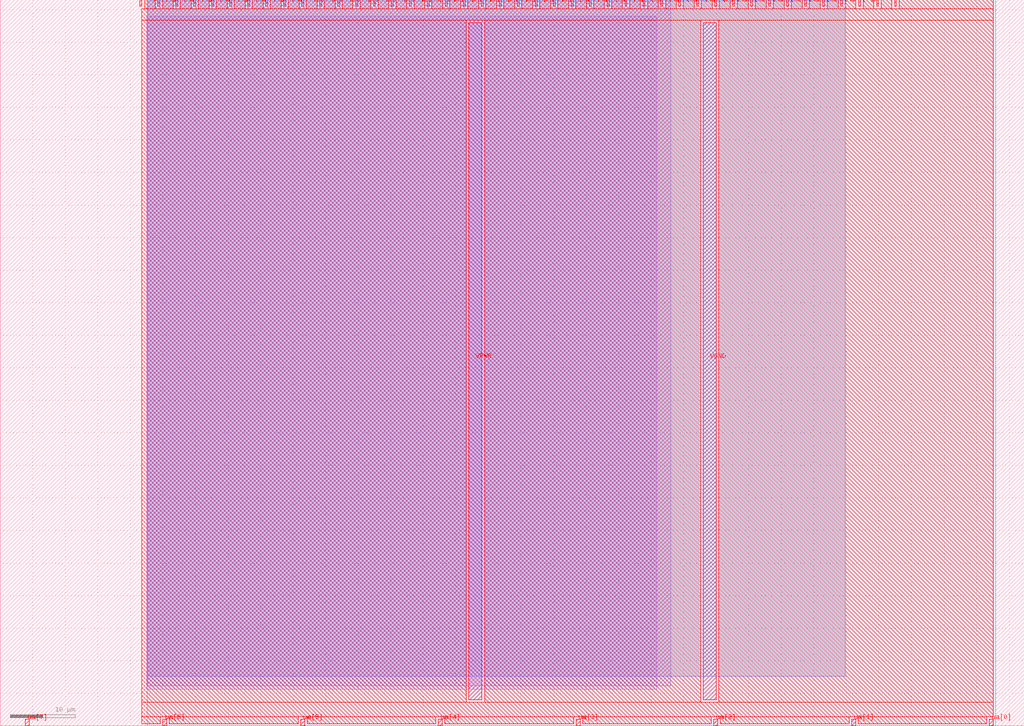
<source format=lef>
VERSION 5.7 ;
  NOWIREEXTENSIONATPIN ON ;
  DIVIDERCHAR "/" ;
  BUSBITCHARS "[]" ;
MACRO tt_um_tt05_analog_test
  CLASS BLOCK ;
  FOREIGN tt_um_tt05_analog_test ;
  ORIGIN 0.000 0.000 ;
  SIZE 157.320 BY 111.520 ;
  PIN clk
    DIRECTION INPUT ;
    USE SIGNAL ;
    PORT
      LAYER met4 ;
        RECT 134.630 110.520 134.930 111.520 ;
    END
  END clk
  PIN ena
    DIRECTION INPUT ;
    USE SIGNAL ;
    PORT
      LAYER met4 ;
        RECT 137.390 110.520 137.690 111.520 ;
    END
  END ena
  PIN rst_n
    DIRECTION INPUT ;
    USE SIGNAL ;
    PORT
      LAYER met4 ;
        RECT 131.870 110.520 132.170 111.520 ;
    END
  END rst_n
  PIN ua[0]
    DIRECTION INOUT ;
    USE SIGNAL ;
    ANTENNADIFFAREA 17.400000 ;
    PORT
      LAYER met4 ;
        RECT 151.960 0.000 152.560 1.000 ;
    END
  END ua[0]
  PIN ua[1]
    DIRECTION INOUT ;
    USE SIGNAL ;
    ANTENNADIFFAREA 17.400000 ;
    PORT
      LAYER met4 ;
        RECT 130.800 0.000 131.400 1.000 ;
    END
  END ua[1]
  PIN ua[2]
    DIRECTION INOUT ;
    USE SIGNAL ;
    PORT
      LAYER met4 ;
        RECT 109.640 0.000 110.240 1.000 ;
    END
  END ua[2]
  PIN ua[3]
    DIRECTION INOUT ;
    USE SIGNAL ;
    PORT
      LAYER met4 ;
        RECT 88.480 0.000 89.080 1.000 ;
    END
  END ua[3]
  PIN ua[4]
    DIRECTION INOUT ;
    USE SIGNAL ;
    PORT
      LAYER met4 ;
        RECT 67.320 0.000 67.920 1.000 ;
    END
  END ua[4]
  PIN ua[5]
    DIRECTION INOUT ;
    USE SIGNAL ;
    PORT
      LAYER met4 ;
        RECT 46.160 0.000 46.760 1.000 ;
    END
  END ua[5]
  PIN ua[6]
    DIRECTION INOUT ;
    USE SIGNAL ;
    PORT
      LAYER met4 ;
        RECT 25.000 0.000 25.600 1.000 ;
    END
  END ua[6]
  PIN ua[7]
    DIRECTION INOUT ;
    USE SIGNAL ;
    PORT
      LAYER met4 ;
        RECT 3.840 0.000 4.440 1.000 ;
    END
  END ua[7]
  PIN ui_in[0]
    DIRECTION INPUT ;
    USE SIGNAL ;
    ANTENNAGATEAREA 7.500000 ;
    PORT
      LAYER met4 ;
        RECT 129.110 110.520 129.410 111.520 ;
    END
  END ui_in[0]
  PIN ui_in[1]
    DIRECTION INPUT ;
    USE SIGNAL ;
    ANTENNAGATEAREA 7.500000 ;
    PORT
      LAYER met4 ;
        RECT 126.350 110.520 126.650 111.520 ;
    END
  END ui_in[1]
  PIN ui_in[2]
    DIRECTION INPUT ;
    USE SIGNAL ;
    ANTENNAGATEAREA 7.500000 ;
    PORT
      LAYER met4 ;
        RECT 123.590 110.520 123.890 111.520 ;
    END
  END ui_in[2]
  PIN ui_in[3]
    DIRECTION INPUT ;
    USE SIGNAL ;
    ANTENNAGATEAREA 6.500000 ;
    PORT
      LAYER met4 ;
        RECT 120.830 110.520 121.130 111.520 ;
    END
  END ui_in[3]
  PIN ui_in[4]
    DIRECTION INPUT ;
    USE SIGNAL ;
    PORT
      LAYER met4 ;
        RECT 118.070 110.520 118.370 111.520 ;
    END
  END ui_in[4]
  PIN ui_in[5]
    DIRECTION INPUT ;
    USE SIGNAL ;
    ANTENNAGATEAREA 6.500000 ;
    PORT
      LAYER met4 ;
        RECT 115.310 110.520 115.610 111.520 ;
    END
  END ui_in[5]
  PIN ui_in[6]
    DIRECTION INPUT ;
    USE SIGNAL ;
    ANTENNAGATEAREA 10.000000 ;
    PORT
      LAYER met4 ;
        RECT 112.550 110.520 112.850 111.520 ;
    END
  END ui_in[6]
  PIN ui_in[7]
    DIRECTION INPUT ;
    USE SIGNAL ;
    ANTENNAGATEAREA 6.500000 ;
    PORT
      LAYER met4 ;
        RECT 109.790 110.520 110.090 111.520 ;
    END
  END ui_in[7]
  PIN uio_in[0]
    DIRECTION INPUT ;
    USE SIGNAL ;
    PORT
      LAYER met4 ;
        RECT 107.030 110.520 107.330 111.520 ;
    END
  END uio_in[0]
  PIN uio_in[1]
    DIRECTION INPUT ;
    USE SIGNAL ;
    PORT
      LAYER met4 ;
        RECT 104.270 110.520 104.570 111.520 ;
    END
  END uio_in[1]
  PIN uio_in[2]
    DIRECTION INPUT ;
    USE SIGNAL ;
    PORT
      LAYER met4 ;
        RECT 101.510 110.520 101.810 111.520 ;
    END
  END uio_in[2]
  PIN uio_in[3]
    DIRECTION INPUT ;
    USE SIGNAL ;
    PORT
      LAYER met4 ;
        RECT 98.750 110.520 99.050 111.520 ;
    END
  END uio_in[3]
  PIN uio_in[4]
    DIRECTION INPUT ;
    USE SIGNAL ;
    PORT
      LAYER met4 ;
        RECT 95.990 110.520 96.290 111.520 ;
    END
  END uio_in[4]
  PIN uio_in[5]
    DIRECTION INPUT ;
    USE SIGNAL ;
    PORT
      LAYER met4 ;
        RECT 93.230 110.520 93.530 111.520 ;
    END
  END uio_in[5]
  PIN uio_in[6]
    DIRECTION INPUT ;
    USE SIGNAL ;
    PORT
      LAYER met4 ;
        RECT 90.470 110.520 90.770 111.520 ;
    END
  END uio_in[6]
  PIN uio_in[7]
    DIRECTION INPUT ;
    USE SIGNAL ;
    PORT
      LAYER met4 ;
        RECT 87.710 110.520 88.010 111.520 ;
    END
  END uio_in[7]
  PIN uio_oe[0]
    DIRECTION OUTPUT TRISTATE ;
    USE SIGNAL ;
    PORT
      LAYER met4 ;
        RECT 40.790 110.520 41.090 111.520 ;
    END
  END uio_oe[0]
  PIN uio_oe[1]
    DIRECTION OUTPUT TRISTATE ;
    USE SIGNAL ;
    PORT
      LAYER met4 ;
        RECT 38.030 110.520 38.330 111.520 ;
    END
  END uio_oe[1]
  PIN uio_oe[2]
    DIRECTION OUTPUT TRISTATE ;
    USE SIGNAL ;
    PORT
      LAYER met4 ;
        RECT 35.270 110.520 35.570 111.520 ;
    END
  END uio_oe[2]
  PIN uio_oe[3]
    DIRECTION OUTPUT TRISTATE ;
    USE SIGNAL ;
    PORT
      LAYER met4 ;
        RECT 32.510 110.520 32.810 111.520 ;
    END
  END uio_oe[3]
  PIN uio_oe[4]
    DIRECTION OUTPUT TRISTATE ;
    USE SIGNAL ;
    PORT
      LAYER met4 ;
        RECT 29.750 110.520 30.050 111.520 ;
    END
  END uio_oe[4]
  PIN uio_oe[5]
    DIRECTION OUTPUT TRISTATE ;
    USE SIGNAL ;
    PORT
      LAYER met4 ;
        RECT 26.990 110.520 27.290 111.520 ;
    END
  END uio_oe[5]
  PIN uio_oe[6]
    DIRECTION OUTPUT TRISTATE ;
    USE SIGNAL ;
    PORT
      LAYER met4 ;
        RECT 24.230 110.520 24.530 111.520 ;
    END
  END uio_oe[6]
  PIN uio_oe[7]
    DIRECTION OUTPUT TRISTATE ;
    USE SIGNAL ;
    PORT
      LAYER met4 ;
        RECT 21.470 110.520 21.770 111.520 ;
    END
  END uio_oe[7]
  PIN uio_out[0]
    DIRECTION OUTPUT TRISTATE ;
    USE SIGNAL ;
    PORT
      LAYER met4 ;
        RECT 62.870 110.520 63.170 111.520 ;
    END
  END uio_out[0]
  PIN uio_out[1]
    DIRECTION OUTPUT TRISTATE ;
    USE SIGNAL ;
    PORT
      LAYER met4 ;
        RECT 60.110 110.520 60.410 111.520 ;
    END
  END uio_out[1]
  PIN uio_out[2]
    DIRECTION OUTPUT TRISTATE ;
    USE SIGNAL ;
    PORT
      LAYER met4 ;
        RECT 57.350 110.520 57.650 111.520 ;
    END
  END uio_out[2]
  PIN uio_out[3]
    DIRECTION OUTPUT TRISTATE ;
    USE SIGNAL ;
    PORT
      LAYER met4 ;
        RECT 54.590 110.520 54.890 111.520 ;
    END
  END uio_out[3]
  PIN uio_out[4]
    DIRECTION OUTPUT TRISTATE ;
    USE SIGNAL ;
    PORT
      LAYER met4 ;
        RECT 51.830 110.520 52.130 111.520 ;
    END
  END uio_out[4]
  PIN uio_out[5]
    DIRECTION OUTPUT TRISTATE ;
    USE SIGNAL ;
    PORT
      LAYER met4 ;
        RECT 49.070 110.520 49.370 111.520 ;
    END
  END uio_out[5]
  PIN uio_out[6]
    DIRECTION OUTPUT TRISTATE ;
    USE SIGNAL ;
    PORT
      LAYER met4 ;
        RECT 46.310 110.520 46.610 111.520 ;
    END
  END uio_out[6]
  PIN uio_out[7]
    DIRECTION OUTPUT TRISTATE ;
    USE SIGNAL ;
    PORT
      LAYER met4 ;
        RECT 43.550 110.520 43.850 111.520 ;
    END
  END uio_out[7]
  PIN uo_out[0]
    DIRECTION OUTPUT TRISTATE ;
    USE SIGNAL ;
    PORT
      LAYER met4 ;
        RECT 84.950 110.520 85.250 111.520 ;
    END
  END uo_out[0]
  PIN uo_out[1]
    DIRECTION OUTPUT TRISTATE ;
    USE SIGNAL ;
    PORT
      LAYER met4 ;
        RECT 82.190 110.520 82.490 111.520 ;
    END
  END uo_out[1]
  PIN uo_out[2]
    DIRECTION OUTPUT TRISTATE ;
    USE SIGNAL ;
    PORT
      LAYER met4 ;
        RECT 79.430 110.520 79.730 111.520 ;
    END
  END uo_out[2]
  PIN uo_out[3]
    DIRECTION OUTPUT TRISTATE ;
    USE SIGNAL ;
    PORT
      LAYER met4 ;
        RECT 76.670 110.520 76.970 111.520 ;
    END
  END uo_out[3]
  PIN uo_out[4]
    DIRECTION OUTPUT TRISTATE ;
    USE SIGNAL ;
    PORT
      LAYER met4 ;
        RECT 73.910 110.520 74.210 111.520 ;
    END
  END uo_out[4]
  PIN uo_out[5]
    DIRECTION OUTPUT TRISTATE ;
    USE SIGNAL ;
    PORT
      LAYER met4 ;
        RECT 71.150 110.520 71.450 111.520 ;
    END
  END uo_out[5]
  PIN uo_out[6]
    DIRECTION OUTPUT TRISTATE ;
    USE SIGNAL ;
    PORT
      LAYER met4 ;
        RECT 68.390 110.520 68.690 111.520 ;
    END
  END uo_out[6]
  PIN uo_out[7]
    DIRECTION OUTPUT TRISTATE ;
    USE SIGNAL ;
    PORT
      LAYER met4 ;
        RECT 65.630 110.520 65.930 111.520 ;
    END
  END uo_out[7]
  PIN VGND
    USE GROUND ;
    PORT
      LAYER met4 ;
        RECT 108.000 4.000 110.000 108.000 ;
    END
  END VGND
  PIN VPWR
    USE POWER ;
    PORT
      LAYER met4 ;
        RECT 72.000 4.000 74.000 108.000 ;
    END
  END VPWR
  OBS
      LAYER li1 ;
        RECT 22.480 5.645 100.840 109.000 ;
      LAYER met1 ;
        RECT 22.625 6.165 102.990 111.400 ;
      LAYER met2 ;
        RECT 22.600 7.570 129.800 111.400 ;
      LAYER met3 ;
        RECT 128.430 111.520 129.840 111.530 ;
        RECT 22.600 0.000 152.920 111.520 ;
        RECT 130.490 -0.010 131.820 0.000 ;
      LAYER met4 ;
        RECT 112.500 111.520 112.900 111.530 ;
        RECT 115.050 111.520 115.940 111.525 ;
        RECT 22.170 110.120 23.830 111.520 ;
        RECT 24.930 110.120 26.590 111.520 ;
        RECT 27.690 110.120 29.350 111.520 ;
        RECT 30.450 110.120 32.110 111.520 ;
        RECT 33.210 110.120 34.870 111.520 ;
        RECT 35.970 110.120 37.630 111.520 ;
        RECT 38.730 110.120 40.390 111.520 ;
        RECT 41.490 110.120 43.150 111.520 ;
        RECT 44.250 110.120 45.910 111.520 ;
        RECT 47.010 110.120 48.670 111.520 ;
        RECT 49.770 110.120 51.430 111.520 ;
        RECT 52.530 110.120 54.190 111.520 ;
        RECT 55.290 110.120 56.950 111.520 ;
        RECT 58.050 110.120 59.710 111.520 ;
        RECT 60.810 110.120 62.470 111.520 ;
        RECT 63.570 110.120 65.230 111.520 ;
        RECT 66.330 110.120 67.990 111.520 ;
        RECT 69.090 110.120 70.750 111.520 ;
        RECT 71.850 110.120 73.510 111.520 ;
        RECT 74.610 110.120 76.270 111.520 ;
        RECT 77.370 110.120 79.030 111.520 ;
        RECT 80.130 110.120 81.790 111.520 ;
        RECT 82.890 110.120 84.550 111.520 ;
        RECT 85.650 110.120 87.310 111.520 ;
        RECT 88.410 110.120 90.070 111.520 ;
        RECT 91.170 110.120 92.830 111.520 ;
        RECT 93.930 110.120 95.590 111.520 ;
        RECT 96.690 110.120 98.350 111.520 ;
        RECT 99.450 110.120 101.110 111.520 ;
        RECT 102.210 110.120 103.870 111.520 ;
        RECT 104.970 110.120 106.630 111.520 ;
        RECT 107.730 110.120 109.390 111.520 ;
        RECT 110.490 110.120 112.150 111.520 ;
        RECT 113.250 110.120 114.910 111.520 ;
        RECT 116.010 110.120 117.670 111.520 ;
        RECT 118.770 110.120 120.430 111.520 ;
        RECT 121.530 110.120 123.190 111.520 ;
        RECT 124.290 110.120 125.950 111.520 ;
        RECT 127.050 110.120 128.710 111.520 ;
        RECT 129.810 110.120 131.470 111.520 ;
        RECT 132.570 110.120 134.230 111.520 ;
        RECT 135.330 110.120 136.990 111.520 ;
        RECT 138.090 110.120 152.565 111.520 ;
        RECT 21.770 108.400 152.565 110.120 ;
        RECT 21.770 3.600 71.600 108.400 ;
        RECT 74.400 3.600 107.600 108.400 ;
        RECT 110.400 3.600 152.565 108.400 ;
        RECT 21.770 1.400 152.565 3.600 ;
        RECT 21.770 0.345 24.600 1.400 ;
        RECT 26.000 0.345 45.760 1.400 ;
        RECT 47.160 0.345 66.920 1.400 ;
        RECT 68.320 0.345 88.080 1.400 ;
        RECT 89.480 0.345 109.240 1.400 ;
        RECT 110.640 0.345 130.400 1.400 ;
        RECT 131.800 0.345 151.560 1.400 ;
  END
END tt_um_tt05_analog_test
END LIBRARY


</source>
